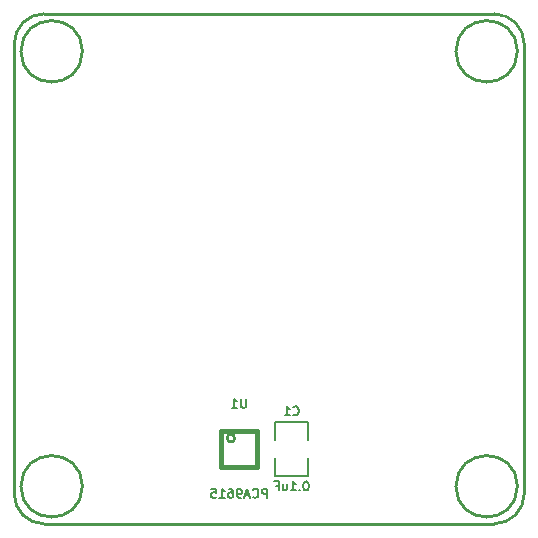
<source format=gbo>
%TF.GenerationSoftware,KiCad,Pcbnew,no-vcs-found-427e5ec~60~ubuntu16.04.1*%
%TF.CreationDate,2017-09-22T14:20:22-04:00*%
%TF.ProjectId,i2c_interface_mpr121,6932635F696E746572666163655F6D70,1.0*%
%TF.SameCoordinates,Original*%
%TF.FileFunction,Legend,Bot*%
%TF.FilePolarity,Positive*%
%FSLAX46Y46*%
G04 Gerber Fmt 4.6, Leading zero omitted, Abs format (unit mm)*
G04 Created by KiCad (PCBNEW no-vcs-found-427e5ec~60~ubuntu16.04.1) date Fri Sep 22 14:20:22 2017*
%MOMM*%
%LPD*%
G01*
G04 APERTURE LIST*
%ADD10C,0.228600*%
%ADD11C,0.127000*%
%ADD12C,0.381000*%
%ADD13C,0.190500*%
%ADD14R,1.625600X2.133600*%
%ADD15O,1.625600X2.133600*%
%ADD16C,3.250000*%
%ADD17O,1.854200X2.540000*%
%ADD18R,1.854200X2.540000*%
%ADD19R,2.540000X1.270000*%
%ADD20O,1.905000X2.540000*%
%ADD21R,1.905000X2.540000*%
%ADD22R,0.400000X1.330000*%
%ADD23O,2.286000X1.778000*%
%ADD24R,2.286000X1.778000*%
G04 APERTURE END LIST*
D10*
X142240000Y-101600000D02*
X104140000Y-101600000D01*
X144780000Y-142240000D02*
X144780000Y-104140000D01*
X104140000Y-144780000D02*
X142240000Y-144780000D01*
X101600000Y-104140000D02*
X101600000Y-142240000D01*
X144780000Y-104140000D02*
G75*
G03X142240000Y-101600000I-2540000J0D01*
G01*
X142240000Y-144780000D02*
G75*
G03X144780000Y-142240000I0J2540000D01*
G01*
X101600000Y-142240000D02*
G75*
G03X104140000Y-144780000I2540000J0D01*
G01*
X104140000Y-101600000D02*
G75*
G03X101600000Y-104140000I0J-2540000D01*
G01*
%TO.C,SO1*%
X107375000Y-104775000D02*
G75*
G03X107375000Y-104775000I-2600000J0D01*
G01*
%TO.C,SO2*%
X107375000Y-141605000D02*
G75*
G03X107375000Y-141605000I-2600000J0D01*
G01*
%TO.C,SO3*%
X144205000Y-141605000D02*
G75*
G03X144205000Y-141605000I-2600000J0D01*
G01*
%TO.C,SO4*%
X144205000Y-104775000D02*
G75*
G03X144205000Y-104775000I-2600000J0D01*
G01*
D11*
%TO.C,C1*%
X126492000Y-139192000D02*
X126492000Y-140716000D01*
X126492000Y-140716000D02*
X123698000Y-140716000D01*
X123698000Y-140716000D02*
X123698000Y-139192000D01*
X123698000Y-137668000D02*
X123698000Y-136144000D01*
X123698000Y-136144000D02*
X126492000Y-136144000D01*
X126492000Y-136144000D02*
X126492000Y-137668000D01*
D10*
%TO.C,U1*%
X120266228Y-137530000D02*
G75*
G03X120266228Y-137530000I-316228J0D01*
G01*
D12*
X122150000Y-139930000D02*
X119150000Y-139930000D01*
X122150000Y-136930000D02*
X122150000Y-139930000D01*
X119150000Y-136930000D02*
X122150000Y-136930000D01*
X119150000Y-139930000D02*
X119150000Y-136930000D01*
%TD*%
%TO.C,C1*%
D13*
X125222000Y-135527142D02*
X125258285Y-135563428D01*
X125367142Y-135599714D01*
X125439714Y-135599714D01*
X125548571Y-135563428D01*
X125621142Y-135490857D01*
X125657428Y-135418285D01*
X125693714Y-135273142D01*
X125693714Y-135164285D01*
X125657428Y-135019142D01*
X125621142Y-134946571D01*
X125548571Y-134874000D01*
X125439714Y-134837714D01*
X125367142Y-134837714D01*
X125258285Y-134874000D01*
X125222000Y-134910285D01*
X124496285Y-135599714D02*
X124931714Y-135599714D01*
X124714000Y-135599714D02*
X124714000Y-134837714D01*
X124786571Y-134946571D01*
X124859142Y-135019142D01*
X124931714Y-135055428D01*
X126346857Y-141187714D02*
X126274285Y-141187714D01*
X126201714Y-141224000D01*
X126165428Y-141260285D01*
X126129142Y-141332857D01*
X126092857Y-141478000D01*
X126092857Y-141659428D01*
X126129142Y-141804571D01*
X126165428Y-141877142D01*
X126201714Y-141913428D01*
X126274285Y-141949714D01*
X126346857Y-141949714D01*
X126419428Y-141913428D01*
X126455714Y-141877142D01*
X126492000Y-141804571D01*
X126528285Y-141659428D01*
X126528285Y-141478000D01*
X126492000Y-141332857D01*
X126455714Y-141260285D01*
X126419428Y-141224000D01*
X126346857Y-141187714D01*
X125766285Y-141877142D02*
X125730000Y-141913428D01*
X125766285Y-141949714D01*
X125802571Y-141913428D01*
X125766285Y-141877142D01*
X125766285Y-141949714D01*
X125004285Y-141949714D02*
X125439714Y-141949714D01*
X125222000Y-141949714D02*
X125222000Y-141187714D01*
X125294571Y-141296571D01*
X125367142Y-141369142D01*
X125439714Y-141405428D01*
X124351142Y-141441714D02*
X124351142Y-141949714D01*
X124677714Y-141441714D02*
X124677714Y-141840857D01*
X124641428Y-141913428D01*
X124568857Y-141949714D01*
X124460000Y-141949714D01*
X124387428Y-141913428D01*
X124351142Y-141877142D01*
X123734285Y-141550571D02*
X123988285Y-141550571D01*
X123988285Y-141949714D02*
X123988285Y-141187714D01*
X123625428Y-141187714D01*
%TO.C,U1*%
X121230571Y-134202714D02*
X121230571Y-134819571D01*
X121194285Y-134892142D01*
X121158000Y-134928428D01*
X121085428Y-134964714D01*
X120940285Y-134964714D01*
X120867714Y-134928428D01*
X120831428Y-134892142D01*
X120795142Y-134819571D01*
X120795142Y-134202714D01*
X120033142Y-134964714D02*
X120468571Y-134964714D01*
X120250857Y-134964714D02*
X120250857Y-134202714D01*
X120323428Y-134311571D01*
X120396000Y-134384142D01*
X120468571Y-134420428D01*
X123008571Y-142584714D02*
X123008571Y-141822714D01*
X122718285Y-141822714D01*
X122645714Y-141859000D01*
X122609428Y-141895285D01*
X122573142Y-141967857D01*
X122573142Y-142076714D01*
X122609428Y-142149285D01*
X122645714Y-142185571D01*
X122718285Y-142221857D01*
X123008571Y-142221857D01*
X121811142Y-142512142D02*
X121847428Y-142548428D01*
X121956285Y-142584714D01*
X122028857Y-142584714D01*
X122137714Y-142548428D01*
X122210285Y-142475857D01*
X122246571Y-142403285D01*
X122282857Y-142258142D01*
X122282857Y-142149285D01*
X122246571Y-142004142D01*
X122210285Y-141931571D01*
X122137714Y-141859000D01*
X122028857Y-141822714D01*
X121956285Y-141822714D01*
X121847428Y-141859000D01*
X121811142Y-141895285D01*
X121520857Y-142367000D02*
X121158000Y-142367000D01*
X121593428Y-142584714D02*
X121339428Y-141822714D01*
X121085428Y-142584714D01*
X120795142Y-142584714D02*
X120650000Y-142584714D01*
X120577428Y-142548428D01*
X120541142Y-142512142D01*
X120468571Y-142403285D01*
X120432285Y-142258142D01*
X120432285Y-141967857D01*
X120468571Y-141895285D01*
X120504857Y-141859000D01*
X120577428Y-141822714D01*
X120722571Y-141822714D01*
X120795142Y-141859000D01*
X120831428Y-141895285D01*
X120867714Y-141967857D01*
X120867714Y-142149285D01*
X120831428Y-142221857D01*
X120795142Y-142258142D01*
X120722571Y-142294428D01*
X120577428Y-142294428D01*
X120504857Y-142258142D01*
X120468571Y-142221857D01*
X120432285Y-142149285D01*
X119779142Y-141822714D02*
X119924285Y-141822714D01*
X119996857Y-141859000D01*
X120033142Y-141895285D01*
X120105714Y-142004142D01*
X120142000Y-142149285D01*
X120142000Y-142439571D01*
X120105714Y-142512142D01*
X120069428Y-142548428D01*
X119996857Y-142584714D01*
X119851714Y-142584714D01*
X119779142Y-142548428D01*
X119742857Y-142512142D01*
X119706571Y-142439571D01*
X119706571Y-142258142D01*
X119742857Y-142185571D01*
X119779142Y-142149285D01*
X119851714Y-142113000D01*
X119996857Y-142113000D01*
X120069428Y-142149285D01*
X120105714Y-142185571D01*
X120142000Y-142258142D01*
X118980857Y-142584714D02*
X119416285Y-142584714D01*
X119198571Y-142584714D02*
X119198571Y-141822714D01*
X119271142Y-141931571D01*
X119343714Y-142004142D01*
X119416285Y-142040428D01*
X118291428Y-141822714D02*
X118654285Y-141822714D01*
X118690571Y-142185571D01*
X118654285Y-142149285D01*
X118581714Y-142113000D01*
X118400285Y-142113000D01*
X118327714Y-142149285D01*
X118291428Y-142185571D01*
X118255142Y-142258142D01*
X118255142Y-142439571D01*
X118291428Y-142512142D01*
X118327714Y-142548428D01*
X118400285Y-142584714D01*
X118581714Y-142584714D01*
X118654285Y-142548428D01*
X118690571Y-142512142D01*
%TD*%
%LPC*%
D14*
%TO.C,P1*%
X112903000Y-139954000D03*
D15*
X112903000Y-136906000D03*
X115443000Y-139954000D03*
X115443000Y-136906000D03*
X117983000Y-139954000D03*
X117983000Y-136906000D03*
%TD*%
%TO.C,P2*%
X133477000Y-136906000D03*
X133477000Y-139954000D03*
X130937000Y-136906000D03*
X130937000Y-139954000D03*
X128397000Y-136906000D03*
D14*
X128397000Y-139954000D03*
%TD*%
D16*
%TO.C,SO1*%
X104775000Y-104775000D03*
%TD*%
%TO.C,SO2*%
X104775000Y-141605000D03*
%TD*%
%TO.C,SO3*%
X141605000Y-141605000D03*
%TD*%
%TO.C,SO4*%
X141605000Y-104775000D03*
%TD*%
D17*
%TO.C,AF1*%
X139700000Y-109855000D03*
X137160000Y-109855000D03*
X134620000Y-109855000D03*
X132080000Y-109855000D03*
X129540000Y-109855000D03*
X127000000Y-109855000D03*
X124460000Y-109855000D03*
X121920000Y-109855000D03*
X119380000Y-109855000D03*
X116840000Y-109855000D03*
X114300000Y-109855000D03*
X111760000Y-109855000D03*
D18*
X109220000Y-109855000D03*
D17*
X132080000Y-125095000D03*
X129540000Y-125095000D03*
X127000000Y-125095000D03*
X124460000Y-125095000D03*
X121920000Y-125095000D03*
X119380000Y-125095000D03*
X116840000Y-125095000D03*
%TD*%
D19*
%TO.C,C1*%
X125095000Y-139954000D03*
X125095000Y-136906000D03*
%TD*%
D20*
%TO.C,T1*%
X137160000Y-104775000D03*
X134620000Y-104775000D03*
X132080000Y-104775000D03*
X129540000Y-104775000D03*
X127000000Y-104775000D03*
X124460000Y-104775000D03*
X121920000Y-104775000D03*
X119380000Y-104775000D03*
D21*
X109220000Y-104775000D03*
D20*
X111760000Y-104775000D03*
X114300000Y-104775000D03*
X116840000Y-104775000D03*
%TD*%
D22*
%TO.C,U1*%
X119650000Y-135930000D03*
X120150000Y-135930000D03*
X120650000Y-135930000D03*
X121150000Y-135930000D03*
X121650000Y-135930000D03*
X121650000Y-140930000D03*
X121150000Y-140930000D03*
X120650000Y-140930000D03*
X120150000Y-140930000D03*
X119650000Y-140930000D03*
%TD*%
D23*
%TO.C,S1*%
X104775000Y-121285000D03*
D24*
X104775000Y-118745000D03*
%TD*%
%TO.C,S2*%
X104775000Y-125095000D03*
D23*
X104775000Y-127635000D03*
%TD*%
%TO.C,S3*%
X104775000Y-133985000D03*
D24*
X104775000Y-131445000D03*
%TD*%
M02*

</source>
